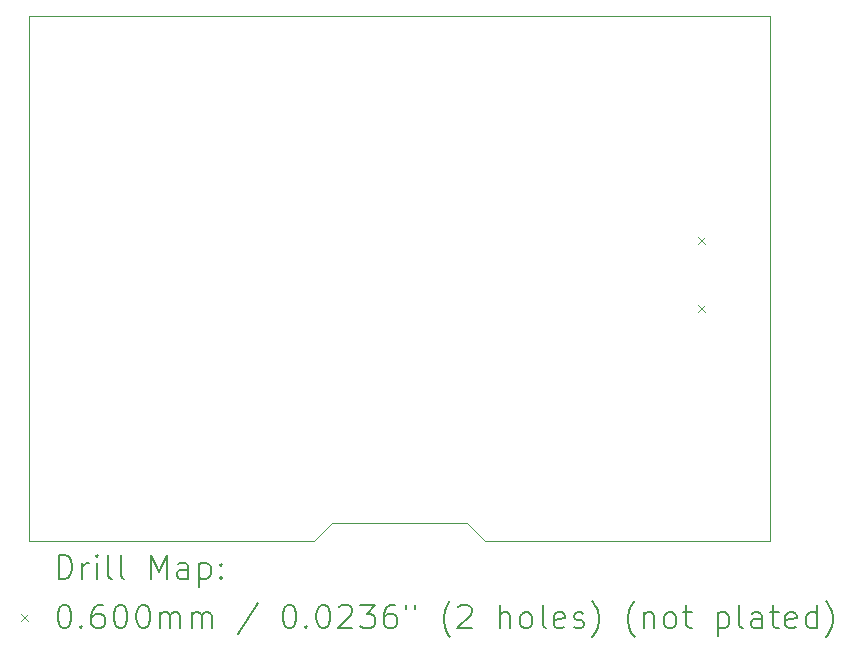
<source format=gbr>
%TF.GenerationSoftware,KiCad,Pcbnew,7.0.9*%
%TF.CreationDate,2024-03-02T15:09:58+02:00*%
%TF.ProjectId,DRM_Watch_V3,44524d5f-5761-4746-9368-5f56332e6b69,rev?*%
%TF.SameCoordinates,Original*%
%TF.FileFunction,Drillmap*%
%TF.FilePolarity,Positive*%
%FSLAX45Y45*%
G04 Gerber Fmt 4.5, Leading zero omitted, Abs format (unit mm)*
G04 Created by KiCad (PCBNEW 7.0.9) date 2024-03-02 15:09:58*
%MOMM*%
%LPD*%
G01*
G04 APERTURE LIST*
%ADD10C,0.100000*%
%ADD11C,0.200000*%
G04 APERTURE END LIST*
D10*
X12877800Y-8763000D02*
X10464800Y-8763000D01*
X6604000Y-4318000D02*
X12877800Y-4318000D01*
X10312400Y-8610600D02*
X9169400Y-8610600D01*
X10464800Y-8763000D02*
X10312400Y-8610600D01*
X9017000Y-8763000D02*
X9169400Y-8610600D01*
X6604000Y-8763000D02*
X9017000Y-8763000D01*
X12877800Y-4318000D02*
X12877800Y-8763000D01*
X6604000Y-4318000D02*
X6604000Y-8763000D01*
D11*
D10*
X12269000Y-6184100D02*
X12329000Y-6244100D01*
X12329000Y-6184100D02*
X12269000Y-6244100D01*
X12269000Y-6762100D02*
X12329000Y-6822100D01*
X12329000Y-6762100D02*
X12269000Y-6822100D01*
D11*
X6859777Y-9079484D02*
X6859777Y-8879484D01*
X6859777Y-8879484D02*
X6907396Y-8879484D01*
X6907396Y-8879484D02*
X6935967Y-8889008D01*
X6935967Y-8889008D02*
X6955015Y-8908055D01*
X6955015Y-8908055D02*
X6964539Y-8927103D01*
X6964539Y-8927103D02*
X6974062Y-8965198D01*
X6974062Y-8965198D02*
X6974062Y-8993770D01*
X6974062Y-8993770D02*
X6964539Y-9031865D01*
X6964539Y-9031865D02*
X6955015Y-9050912D01*
X6955015Y-9050912D02*
X6935967Y-9069960D01*
X6935967Y-9069960D02*
X6907396Y-9079484D01*
X6907396Y-9079484D02*
X6859777Y-9079484D01*
X7059777Y-9079484D02*
X7059777Y-8946150D01*
X7059777Y-8984246D02*
X7069301Y-8965198D01*
X7069301Y-8965198D02*
X7078824Y-8955674D01*
X7078824Y-8955674D02*
X7097872Y-8946150D01*
X7097872Y-8946150D02*
X7116920Y-8946150D01*
X7183586Y-9079484D02*
X7183586Y-8946150D01*
X7183586Y-8879484D02*
X7174062Y-8889008D01*
X7174062Y-8889008D02*
X7183586Y-8898531D01*
X7183586Y-8898531D02*
X7193110Y-8889008D01*
X7193110Y-8889008D02*
X7183586Y-8879484D01*
X7183586Y-8879484D02*
X7183586Y-8898531D01*
X7307396Y-9079484D02*
X7288348Y-9069960D01*
X7288348Y-9069960D02*
X7278824Y-9050912D01*
X7278824Y-9050912D02*
X7278824Y-8879484D01*
X7412158Y-9079484D02*
X7393110Y-9069960D01*
X7393110Y-9069960D02*
X7383586Y-9050912D01*
X7383586Y-9050912D02*
X7383586Y-8879484D01*
X7640729Y-9079484D02*
X7640729Y-8879484D01*
X7640729Y-8879484D02*
X7707396Y-9022341D01*
X7707396Y-9022341D02*
X7774062Y-8879484D01*
X7774062Y-8879484D02*
X7774062Y-9079484D01*
X7955015Y-9079484D02*
X7955015Y-8974722D01*
X7955015Y-8974722D02*
X7945491Y-8955674D01*
X7945491Y-8955674D02*
X7926443Y-8946150D01*
X7926443Y-8946150D02*
X7888348Y-8946150D01*
X7888348Y-8946150D02*
X7869301Y-8955674D01*
X7955015Y-9069960D02*
X7935967Y-9079484D01*
X7935967Y-9079484D02*
X7888348Y-9079484D01*
X7888348Y-9079484D02*
X7869301Y-9069960D01*
X7869301Y-9069960D02*
X7859777Y-9050912D01*
X7859777Y-9050912D02*
X7859777Y-9031865D01*
X7859777Y-9031865D02*
X7869301Y-9012817D01*
X7869301Y-9012817D02*
X7888348Y-9003293D01*
X7888348Y-9003293D02*
X7935967Y-9003293D01*
X7935967Y-9003293D02*
X7955015Y-8993770D01*
X8050253Y-8946150D02*
X8050253Y-9146150D01*
X8050253Y-8955674D02*
X8069301Y-8946150D01*
X8069301Y-8946150D02*
X8107396Y-8946150D01*
X8107396Y-8946150D02*
X8126443Y-8955674D01*
X8126443Y-8955674D02*
X8135967Y-8965198D01*
X8135967Y-8965198D02*
X8145491Y-8984246D01*
X8145491Y-8984246D02*
X8145491Y-9041389D01*
X8145491Y-9041389D02*
X8135967Y-9060436D01*
X8135967Y-9060436D02*
X8126443Y-9069960D01*
X8126443Y-9069960D02*
X8107396Y-9079484D01*
X8107396Y-9079484D02*
X8069301Y-9079484D01*
X8069301Y-9079484D02*
X8050253Y-9069960D01*
X8231205Y-9060436D02*
X8240729Y-9069960D01*
X8240729Y-9069960D02*
X8231205Y-9079484D01*
X8231205Y-9079484D02*
X8221682Y-9069960D01*
X8221682Y-9069960D02*
X8231205Y-9060436D01*
X8231205Y-9060436D02*
X8231205Y-9079484D01*
X8231205Y-8955674D02*
X8240729Y-8965198D01*
X8240729Y-8965198D02*
X8231205Y-8974722D01*
X8231205Y-8974722D02*
X8221682Y-8965198D01*
X8221682Y-8965198D02*
X8231205Y-8955674D01*
X8231205Y-8955674D02*
X8231205Y-8974722D01*
D10*
X6539000Y-9378000D02*
X6599000Y-9438000D01*
X6599000Y-9378000D02*
X6539000Y-9438000D01*
D11*
X6897872Y-9299484D02*
X6916920Y-9299484D01*
X6916920Y-9299484D02*
X6935967Y-9309008D01*
X6935967Y-9309008D02*
X6945491Y-9318531D01*
X6945491Y-9318531D02*
X6955015Y-9337579D01*
X6955015Y-9337579D02*
X6964539Y-9375674D01*
X6964539Y-9375674D02*
X6964539Y-9423293D01*
X6964539Y-9423293D02*
X6955015Y-9461389D01*
X6955015Y-9461389D02*
X6945491Y-9480436D01*
X6945491Y-9480436D02*
X6935967Y-9489960D01*
X6935967Y-9489960D02*
X6916920Y-9499484D01*
X6916920Y-9499484D02*
X6897872Y-9499484D01*
X6897872Y-9499484D02*
X6878824Y-9489960D01*
X6878824Y-9489960D02*
X6869301Y-9480436D01*
X6869301Y-9480436D02*
X6859777Y-9461389D01*
X6859777Y-9461389D02*
X6850253Y-9423293D01*
X6850253Y-9423293D02*
X6850253Y-9375674D01*
X6850253Y-9375674D02*
X6859777Y-9337579D01*
X6859777Y-9337579D02*
X6869301Y-9318531D01*
X6869301Y-9318531D02*
X6878824Y-9309008D01*
X6878824Y-9309008D02*
X6897872Y-9299484D01*
X7050253Y-9480436D02*
X7059777Y-9489960D01*
X7059777Y-9489960D02*
X7050253Y-9499484D01*
X7050253Y-9499484D02*
X7040729Y-9489960D01*
X7040729Y-9489960D02*
X7050253Y-9480436D01*
X7050253Y-9480436D02*
X7050253Y-9499484D01*
X7231205Y-9299484D02*
X7193110Y-9299484D01*
X7193110Y-9299484D02*
X7174062Y-9309008D01*
X7174062Y-9309008D02*
X7164539Y-9318531D01*
X7164539Y-9318531D02*
X7145491Y-9347103D01*
X7145491Y-9347103D02*
X7135967Y-9385198D01*
X7135967Y-9385198D02*
X7135967Y-9461389D01*
X7135967Y-9461389D02*
X7145491Y-9480436D01*
X7145491Y-9480436D02*
X7155015Y-9489960D01*
X7155015Y-9489960D02*
X7174062Y-9499484D01*
X7174062Y-9499484D02*
X7212158Y-9499484D01*
X7212158Y-9499484D02*
X7231205Y-9489960D01*
X7231205Y-9489960D02*
X7240729Y-9480436D01*
X7240729Y-9480436D02*
X7250253Y-9461389D01*
X7250253Y-9461389D02*
X7250253Y-9413770D01*
X7250253Y-9413770D02*
X7240729Y-9394722D01*
X7240729Y-9394722D02*
X7231205Y-9385198D01*
X7231205Y-9385198D02*
X7212158Y-9375674D01*
X7212158Y-9375674D02*
X7174062Y-9375674D01*
X7174062Y-9375674D02*
X7155015Y-9385198D01*
X7155015Y-9385198D02*
X7145491Y-9394722D01*
X7145491Y-9394722D02*
X7135967Y-9413770D01*
X7374062Y-9299484D02*
X7393110Y-9299484D01*
X7393110Y-9299484D02*
X7412158Y-9309008D01*
X7412158Y-9309008D02*
X7421682Y-9318531D01*
X7421682Y-9318531D02*
X7431205Y-9337579D01*
X7431205Y-9337579D02*
X7440729Y-9375674D01*
X7440729Y-9375674D02*
X7440729Y-9423293D01*
X7440729Y-9423293D02*
X7431205Y-9461389D01*
X7431205Y-9461389D02*
X7421682Y-9480436D01*
X7421682Y-9480436D02*
X7412158Y-9489960D01*
X7412158Y-9489960D02*
X7393110Y-9499484D01*
X7393110Y-9499484D02*
X7374062Y-9499484D01*
X7374062Y-9499484D02*
X7355015Y-9489960D01*
X7355015Y-9489960D02*
X7345491Y-9480436D01*
X7345491Y-9480436D02*
X7335967Y-9461389D01*
X7335967Y-9461389D02*
X7326443Y-9423293D01*
X7326443Y-9423293D02*
X7326443Y-9375674D01*
X7326443Y-9375674D02*
X7335967Y-9337579D01*
X7335967Y-9337579D02*
X7345491Y-9318531D01*
X7345491Y-9318531D02*
X7355015Y-9309008D01*
X7355015Y-9309008D02*
X7374062Y-9299484D01*
X7564539Y-9299484D02*
X7583586Y-9299484D01*
X7583586Y-9299484D02*
X7602634Y-9309008D01*
X7602634Y-9309008D02*
X7612158Y-9318531D01*
X7612158Y-9318531D02*
X7621682Y-9337579D01*
X7621682Y-9337579D02*
X7631205Y-9375674D01*
X7631205Y-9375674D02*
X7631205Y-9423293D01*
X7631205Y-9423293D02*
X7621682Y-9461389D01*
X7621682Y-9461389D02*
X7612158Y-9480436D01*
X7612158Y-9480436D02*
X7602634Y-9489960D01*
X7602634Y-9489960D02*
X7583586Y-9499484D01*
X7583586Y-9499484D02*
X7564539Y-9499484D01*
X7564539Y-9499484D02*
X7545491Y-9489960D01*
X7545491Y-9489960D02*
X7535967Y-9480436D01*
X7535967Y-9480436D02*
X7526443Y-9461389D01*
X7526443Y-9461389D02*
X7516920Y-9423293D01*
X7516920Y-9423293D02*
X7516920Y-9375674D01*
X7516920Y-9375674D02*
X7526443Y-9337579D01*
X7526443Y-9337579D02*
X7535967Y-9318531D01*
X7535967Y-9318531D02*
X7545491Y-9309008D01*
X7545491Y-9309008D02*
X7564539Y-9299484D01*
X7716920Y-9499484D02*
X7716920Y-9366150D01*
X7716920Y-9385198D02*
X7726443Y-9375674D01*
X7726443Y-9375674D02*
X7745491Y-9366150D01*
X7745491Y-9366150D02*
X7774063Y-9366150D01*
X7774063Y-9366150D02*
X7793110Y-9375674D01*
X7793110Y-9375674D02*
X7802634Y-9394722D01*
X7802634Y-9394722D02*
X7802634Y-9499484D01*
X7802634Y-9394722D02*
X7812158Y-9375674D01*
X7812158Y-9375674D02*
X7831205Y-9366150D01*
X7831205Y-9366150D02*
X7859777Y-9366150D01*
X7859777Y-9366150D02*
X7878824Y-9375674D01*
X7878824Y-9375674D02*
X7888348Y-9394722D01*
X7888348Y-9394722D02*
X7888348Y-9499484D01*
X7983586Y-9499484D02*
X7983586Y-9366150D01*
X7983586Y-9385198D02*
X7993110Y-9375674D01*
X7993110Y-9375674D02*
X8012158Y-9366150D01*
X8012158Y-9366150D02*
X8040729Y-9366150D01*
X8040729Y-9366150D02*
X8059777Y-9375674D01*
X8059777Y-9375674D02*
X8069301Y-9394722D01*
X8069301Y-9394722D02*
X8069301Y-9499484D01*
X8069301Y-9394722D02*
X8078824Y-9375674D01*
X8078824Y-9375674D02*
X8097872Y-9366150D01*
X8097872Y-9366150D02*
X8126443Y-9366150D01*
X8126443Y-9366150D02*
X8145491Y-9375674D01*
X8145491Y-9375674D02*
X8155015Y-9394722D01*
X8155015Y-9394722D02*
X8155015Y-9499484D01*
X8545491Y-9289960D02*
X8374063Y-9547103D01*
X8802634Y-9299484D02*
X8821682Y-9299484D01*
X8821682Y-9299484D02*
X8840729Y-9309008D01*
X8840729Y-9309008D02*
X8850253Y-9318531D01*
X8850253Y-9318531D02*
X8859777Y-9337579D01*
X8859777Y-9337579D02*
X8869301Y-9375674D01*
X8869301Y-9375674D02*
X8869301Y-9423293D01*
X8869301Y-9423293D02*
X8859777Y-9461389D01*
X8859777Y-9461389D02*
X8850253Y-9480436D01*
X8850253Y-9480436D02*
X8840729Y-9489960D01*
X8840729Y-9489960D02*
X8821682Y-9499484D01*
X8821682Y-9499484D02*
X8802634Y-9499484D01*
X8802634Y-9499484D02*
X8783587Y-9489960D01*
X8783587Y-9489960D02*
X8774063Y-9480436D01*
X8774063Y-9480436D02*
X8764539Y-9461389D01*
X8764539Y-9461389D02*
X8755015Y-9423293D01*
X8755015Y-9423293D02*
X8755015Y-9375674D01*
X8755015Y-9375674D02*
X8764539Y-9337579D01*
X8764539Y-9337579D02*
X8774063Y-9318531D01*
X8774063Y-9318531D02*
X8783587Y-9309008D01*
X8783587Y-9309008D02*
X8802634Y-9299484D01*
X8955015Y-9480436D02*
X8964539Y-9489960D01*
X8964539Y-9489960D02*
X8955015Y-9499484D01*
X8955015Y-9499484D02*
X8945491Y-9489960D01*
X8945491Y-9489960D02*
X8955015Y-9480436D01*
X8955015Y-9480436D02*
X8955015Y-9499484D01*
X9088348Y-9299484D02*
X9107396Y-9299484D01*
X9107396Y-9299484D02*
X9126444Y-9309008D01*
X9126444Y-9309008D02*
X9135968Y-9318531D01*
X9135968Y-9318531D02*
X9145491Y-9337579D01*
X9145491Y-9337579D02*
X9155015Y-9375674D01*
X9155015Y-9375674D02*
X9155015Y-9423293D01*
X9155015Y-9423293D02*
X9145491Y-9461389D01*
X9145491Y-9461389D02*
X9135968Y-9480436D01*
X9135968Y-9480436D02*
X9126444Y-9489960D01*
X9126444Y-9489960D02*
X9107396Y-9499484D01*
X9107396Y-9499484D02*
X9088348Y-9499484D01*
X9088348Y-9499484D02*
X9069301Y-9489960D01*
X9069301Y-9489960D02*
X9059777Y-9480436D01*
X9059777Y-9480436D02*
X9050253Y-9461389D01*
X9050253Y-9461389D02*
X9040729Y-9423293D01*
X9040729Y-9423293D02*
X9040729Y-9375674D01*
X9040729Y-9375674D02*
X9050253Y-9337579D01*
X9050253Y-9337579D02*
X9059777Y-9318531D01*
X9059777Y-9318531D02*
X9069301Y-9309008D01*
X9069301Y-9309008D02*
X9088348Y-9299484D01*
X9231206Y-9318531D02*
X9240729Y-9309008D01*
X9240729Y-9309008D02*
X9259777Y-9299484D01*
X9259777Y-9299484D02*
X9307396Y-9299484D01*
X9307396Y-9299484D02*
X9326444Y-9309008D01*
X9326444Y-9309008D02*
X9335968Y-9318531D01*
X9335968Y-9318531D02*
X9345491Y-9337579D01*
X9345491Y-9337579D02*
X9345491Y-9356627D01*
X9345491Y-9356627D02*
X9335968Y-9385198D01*
X9335968Y-9385198D02*
X9221682Y-9499484D01*
X9221682Y-9499484D02*
X9345491Y-9499484D01*
X9412158Y-9299484D02*
X9535968Y-9299484D01*
X9535968Y-9299484D02*
X9469301Y-9375674D01*
X9469301Y-9375674D02*
X9497872Y-9375674D01*
X9497872Y-9375674D02*
X9516920Y-9385198D01*
X9516920Y-9385198D02*
X9526444Y-9394722D01*
X9526444Y-9394722D02*
X9535968Y-9413770D01*
X9535968Y-9413770D02*
X9535968Y-9461389D01*
X9535968Y-9461389D02*
X9526444Y-9480436D01*
X9526444Y-9480436D02*
X9516920Y-9489960D01*
X9516920Y-9489960D02*
X9497872Y-9499484D01*
X9497872Y-9499484D02*
X9440729Y-9499484D01*
X9440729Y-9499484D02*
X9421682Y-9489960D01*
X9421682Y-9489960D02*
X9412158Y-9480436D01*
X9707396Y-9299484D02*
X9669301Y-9299484D01*
X9669301Y-9299484D02*
X9650253Y-9309008D01*
X9650253Y-9309008D02*
X9640729Y-9318531D01*
X9640729Y-9318531D02*
X9621682Y-9347103D01*
X9621682Y-9347103D02*
X9612158Y-9385198D01*
X9612158Y-9385198D02*
X9612158Y-9461389D01*
X9612158Y-9461389D02*
X9621682Y-9480436D01*
X9621682Y-9480436D02*
X9631206Y-9489960D01*
X9631206Y-9489960D02*
X9650253Y-9499484D01*
X9650253Y-9499484D02*
X9688349Y-9499484D01*
X9688349Y-9499484D02*
X9707396Y-9489960D01*
X9707396Y-9489960D02*
X9716920Y-9480436D01*
X9716920Y-9480436D02*
X9726444Y-9461389D01*
X9726444Y-9461389D02*
X9726444Y-9413770D01*
X9726444Y-9413770D02*
X9716920Y-9394722D01*
X9716920Y-9394722D02*
X9707396Y-9385198D01*
X9707396Y-9385198D02*
X9688349Y-9375674D01*
X9688349Y-9375674D02*
X9650253Y-9375674D01*
X9650253Y-9375674D02*
X9631206Y-9385198D01*
X9631206Y-9385198D02*
X9621682Y-9394722D01*
X9621682Y-9394722D02*
X9612158Y-9413770D01*
X9802634Y-9299484D02*
X9802634Y-9337579D01*
X9878825Y-9299484D02*
X9878825Y-9337579D01*
X10174063Y-9575674D02*
X10164539Y-9566150D01*
X10164539Y-9566150D02*
X10145491Y-9537579D01*
X10145491Y-9537579D02*
X10135968Y-9518531D01*
X10135968Y-9518531D02*
X10126444Y-9489960D01*
X10126444Y-9489960D02*
X10116920Y-9442341D01*
X10116920Y-9442341D02*
X10116920Y-9404246D01*
X10116920Y-9404246D02*
X10126444Y-9356627D01*
X10126444Y-9356627D02*
X10135968Y-9328055D01*
X10135968Y-9328055D02*
X10145491Y-9309008D01*
X10145491Y-9309008D02*
X10164539Y-9280436D01*
X10164539Y-9280436D02*
X10174063Y-9270912D01*
X10240730Y-9318531D02*
X10250253Y-9309008D01*
X10250253Y-9309008D02*
X10269301Y-9299484D01*
X10269301Y-9299484D02*
X10316920Y-9299484D01*
X10316920Y-9299484D02*
X10335968Y-9309008D01*
X10335968Y-9309008D02*
X10345491Y-9318531D01*
X10345491Y-9318531D02*
X10355015Y-9337579D01*
X10355015Y-9337579D02*
X10355015Y-9356627D01*
X10355015Y-9356627D02*
X10345491Y-9385198D01*
X10345491Y-9385198D02*
X10231206Y-9499484D01*
X10231206Y-9499484D02*
X10355015Y-9499484D01*
X10593111Y-9499484D02*
X10593111Y-9299484D01*
X10678825Y-9499484D02*
X10678825Y-9394722D01*
X10678825Y-9394722D02*
X10669301Y-9375674D01*
X10669301Y-9375674D02*
X10650253Y-9366150D01*
X10650253Y-9366150D02*
X10621682Y-9366150D01*
X10621682Y-9366150D02*
X10602634Y-9375674D01*
X10602634Y-9375674D02*
X10593111Y-9385198D01*
X10802634Y-9499484D02*
X10783587Y-9489960D01*
X10783587Y-9489960D02*
X10774063Y-9480436D01*
X10774063Y-9480436D02*
X10764539Y-9461389D01*
X10764539Y-9461389D02*
X10764539Y-9404246D01*
X10764539Y-9404246D02*
X10774063Y-9385198D01*
X10774063Y-9385198D02*
X10783587Y-9375674D01*
X10783587Y-9375674D02*
X10802634Y-9366150D01*
X10802634Y-9366150D02*
X10831206Y-9366150D01*
X10831206Y-9366150D02*
X10850253Y-9375674D01*
X10850253Y-9375674D02*
X10859777Y-9385198D01*
X10859777Y-9385198D02*
X10869301Y-9404246D01*
X10869301Y-9404246D02*
X10869301Y-9461389D01*
X10869301Y-9461389D02*
X10859777Y-9480436D01*
X10859777Y-9480436D02*
X10850253Y-9489960D01*
X10850253Y-9489960D02*
X10831206Y-9499484D01*
X10831206Y-9499484D02*
X10802634Y-9499484D01*
X10983587Y-9499484D02*
X10964539Y-9489960D01*
X10964539Y-9489960D02*
X10955015Y-9470912D01*
X10955015Y-9470912D02*
X10955015Y-9299484D01*
X11135968Y-9489960D02*
X11116920Y-9499484D01*
X11116920Y-9499484D02*
X11078825Y-9499484D01*
X11078825Y-9499484D02*
X11059777Y-9489960D01*
X11059777Y-9489960D02*
X11050253Y-9470912D01*
X11050253Y-9470912D02*
X11050253Y-9394722D01*
X11050253Y-9394722D02*
X11059777Y-9375674D01*
X11059777Y-9375674D02*
X11078825Y-9366150D01*
X11078825Y-9366150D02*
X11116920Y-9366150D01*
X11116920Y-9366150D02*
X11135968Y-9375674D01*
X11135968Y-9375674D02*
X11145492Y-9394722D01*
X11145492Y-9394722D02*
X11145492Y-9413770D01*
X11145492Y-9413770D02*
X11050253Y-9432817D01*
X11221682Y-9489960D02*
X11240730Y-9499484D01*
X11240730Y-9499484D02*
X11278825Y-9499484D01*
X11278825Y-9499484D02*
X11297872Y-9489960D01*
X11297872Y-9489960D02*
X11307396Y-9470912D01*
X11307396Y-9470912D02*
X11307396Y-9461389D01*
X11307396Y-9461389D02*
X11297872Y-9442341D01*
X11297872Y-9442341D02*
X11278825Y-9432817D01*
X11278825Y-9432817D02*
X11250253Y-9432817D01*
X11250253Y-9432817D02*
X11231206Y-9423293D01*
X11231206Y-9423293D02*
X11221682Y-9404246D01*
X11221682Y-9404246D02*
X11221682Y-9394722D01*
X11221682Y-9394722D02*
X11231206Y-9375674D01*
X11231206Y-9375674D02*
X11250253Y-9366150D01*
X11250253Y-9366150D02*
X11278825Y-9366150D01*
X11278825Y-9366150D02*
X11297872Y-9375674D01*
X11374063Y-9575674D02*
X11383587Y-9566150D01*
X11383587Y-9566150D02*
X11402634Y-9537579D01*
X11402634Y-9537579D02*
X11412158Y-9518531D01*
X11412158Y-9518531D02*
X11421682Y-9489960D01*
X11421682Y-9489960D02*
X11431206Y-9442341D01*
X11431206Y-9442341D02*
X11431206Y-9404246D01*
X11431206Y-9404246D02*
X11421682Y-9356627D01*
X11421682Y-9356627D02*
X11412158Y-9328055D01*
X11412158Y-9328055D02*
X11402634Y-9309008D01*
X11402634Y-9309008D02*
X11383587Y-9280436D01*
X11383587Y-9280436D02*
X11374063Y-9270912D01*
X11735968Y-9575674D02*
X11726444Y-9566150D01*
X11726444Y-9566150D02*
X11707396Y-9537579D01*
X11707396Y-9537579D02*
X11697872Y-9518531D01*
X11697872Y-9518531D02*
X11688349Y-9489960D01*
X11688349Y-9489960D02*
X11678825Y-9442341D01*
X11678825Y-9442341D02*
X11678825Y-9404246D01*
X11678825Y-9404246D02*
X11688349Y-9356627D01*
X11688349Y-9356627D02*
X11697872Y-9328055D01*
X11697872Y-9328055D02*
X11707396Y-9309008D01*
X11707396Y-9309008D02*
X11726444Y-9280436D01*
X11726444Y-9280436D02*
X11735968Y-9270912D01*
X11812158Y-9366150D02*
X11812158Y-9499484D01*
X11812158Y-9385198D02*
X11821682Y-9375674D01*
X11821682Y-9375674D02*
X11840730Y-9366150D01*
X11840730Y-9366150D02*
X11869301Y-9366150D01*
X11869301Y-9366150D02*
X11888349Y-9375674D01*
X11888349Y-9375674D02*
X11897872Y-9394722D01*
X11897872Y-9394722D02*
X11897872Y-9499484D01*
X12021682Y-9499484D02*
X12002634Y-9489960D01*
X12002634Y-9489960D02*
X11993111Y-9480436D01*
X11993111Y-9480436D02*
X11983587Y-9461389D01*
X11983587Y-9461389D02*
X11983587Y-9404246D01*
X11983587Y-9404246D02*
X11993111Y-9385198D01*
X11993111Y-9385198D02*
X12002634Y-9375674D01*
X12002634Y-9375674D02*
X12021682Y-9366150D01*
X12021682Y-9366150D02*
X12050253Y-9366150D01*
X12050253Y-9366150D02*
X12069301Y-9375674D01*
X12069301Y-9375674D02*
X12078825Y-9385198D01*
X12078825Y-9385198D02*
X12088349Y-9404246D01*
X12088349Y-9404246D02*
X12088349Y-9461389D01*
X12088349Y-9461389D02*
X12078825Y-9480436D01*
X12078825Y-9480436D02*
X12069301Y-9489960D01*
X12069301Y-9489960D02*
X12050253Y-9499484D01*
X12050253Y-9499484D02*
X12021682Y-9499484D01*
X12145492Y-9366150D02*
X12221682Y-9366150D01*
X12174063Y-9299484D02*
X12174063Y-9470912D01*
X12174063Y-9470912D02*
X12183587Y-9489960D01*
X12183587Y-9489960D02*
X12202634Y-9499484D01*
X12202634Y-9499484D02*
X12221682Y-9499484D01*
X12440730Y-9366150D02*
X12440730Y-9566150D01*
X12440730Y-9375674D02*
X12459777Y-9366150D01*
X12459777Y-9366150D02*
X12497873Y-9366150D01*
X12497873Y-9366150D02*
X12516920Y-9375674D01*
X12516920Y-9375674D02*
X12526444Y-9385198D01*
X12526444Y-9385198D02*
X12535968Y-9404246D01*
X12535968Y-9404246D02*
X12535968Y-9461389D01*
X12535968Y-9461389D02*
X12526444Y-9480436D01*
X12526444Y-9480436D02*
X12516920Y-9489960D01*
X12516920Y-9489960D02*
X12497873Y-9499484D01*
X12497873Y-9499484D02*
X12459777Y-9499484D01*
X12459777Y-9499484D02*
X12440730Y-9489960D01*
X12650253Y-9499484D02*
X12631206Y-9489960D01*
X12631206Y-9489960D02*
X12621682Y-9470912D01*
X12621682Y-9470912D02*
X12621682Y-9299484D01*
X12812158Y-9499484D02*
X12812158Y-9394722D01*
X12812158Y-9394722D02*
X12802634Y-9375674D01*
X12802634Y-9375674D02*
X12783587Y-9366150D01*
X12783587Y-9366150D02*
X12745492Y-9366150D01*
X12745492Y-9366150D02*
X12726444Y-9375674D01*
X12812158Y-9489960D02*
X12793111Y-9499484D01*
X12793111Y-9499484D02*
X12745492Y-9499484D01*
X12745492Y-9499484D02*
X12726444Y-9489960D01*
X12726444Y-9489960D02*
X12716920Y-9470912D01*
X12716920Y-9470912D02*
X12716920Y-9451865D01*
X12716920Y-9451865D02*
X12726444Y-9432817D01*
X12726444Y-9432817D02*
X12745492Y-9423293D01*
X12745492Y-9423293D02*
X12793111Y-9423293D01*
X12793111Y-9423293D02*
X12812158Y-9413770D01*
X12878825Y-9366150D02*
X12955015Y-9366150D01*
X12907396Y-9299484D02*
X12907396Y-9470912D01*
X12907396Y-9470912D02*
X12916920Y-9489960D01*
X12916920Y-9489960D02*
X12935968Y-9499484D01*
X12935968Y-9499484D02*
X12955015Y-9499484D01*
X13097873Y-9489960D02*
X13078825Y-9499484D01*
X13078825Y-9499484D02*
X13040730Y-9499484D01*
X13040730Y-9499484D02*
X13021682Y-9489960D01*
X13021682Y-9489960D02*
X13012158Y-9470912D01*
X13012158Y-9470912D02*
X13012158Y-9394722D01*
X13012158Y-9394722D02*
X13021682Y-9375674D01*
X13021682Y-9375674D02*
X13040730Y-9366150D01*
X13040730Y-9366150D02*
X13078825Y-9366150D01*
X13078825Y-9366150D02*
X13097873Y-9375674D01*
X13097873Y-9375674D02*
X13107396Y-9394722D01*
X13107396Y-9394722D02*
X13107396Y-9413770D01*
X13107396Y-9413770D02*
X13012158Y-9432817D01*
X13278825Y-9499484D02*
X13278825Y-9299484D01*
X13278825Y-9489960D02*
X13259777Y-9499484D01*
X13259777Y-9499484D02*
X13221682Y-9499484D01*
X13221682Y-9499484D02*
X13202634Y-9489960D01*
X13202634Y-9489960D02*
X13193111Y-9480436D01*
X13193111Y-9480436D02*
X13183587Y-9461389D01*
X13183587Y-9461389D02*
X13183587Y-9404246D01*
X13183587Y-9404246D02*
X13193111Y-9385198D01*
X13193111Y-9385198D02*
X13202634Y-9375674D01*
X13202634Y-9375674D02*
X13221682Y-9366150D01*
X13221682Y-9366150D02*
X13259777Y-9366150D01*
X13259777Y-9366150D02*
X13278825Y-9375674D01*
X13355015Y-9575674D02*
X13364539Y-9566150D01*
X13364539Y-9566150D02*
X13383587Y-9537579D01*
X13383587Y-9537579D02*
X13393111Y-9518531D01*
X13393111Y-9518531D02*
X13402634Y-9489960D01*
X13402634Y-9489960D02*
X13412158Y-9442341D01*
X13412158Y-9442341D02*
X13412158Y-9404246D01*
X13412158Y-9404246D02*
X13402634Y-9356627D01*
X13402634Y-9356627D02*
X13393111Y-9328055D01*
X13393111Y-9328055D02*
X13383587Y-9309008D01*
X13383587Y-9309008D02*
X13364539Y-9280436D01*
X13364539Y-9280436D02*
X13355015Y-9270912D01*
M02*

</source>
